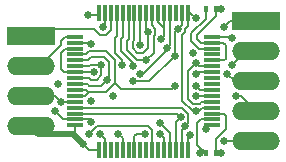
<source format=gtl>
G04 (created by PCBNEW (2013-04-19 BZR 4011)-stable) date 02/09/2014 23:44:52*
%MOIN*%
G04 Gerber Fmt 3.4, Leading zero omitted, Abs format*
%FSLAX34Y34*%
G01*
G70*
G90*
G04 APERTURE LIST*
%ADD10C,2.3622e-006*%
%ADD11R,0.0157X0.0236*%
%ADD12R,0.16X0.06*%
%ADD13O,0.16X0.06*%
%ADD14R,0.0572X0.0118*%
%ADD15R,0.0118X0.0572*%
%ADD16C,0.025*%
%ADD17C,0.008*%
%ADD18C,0.02*%
G04 APERTURE END LIST*
G54D10*
G54D11*
X92577Y-67600D03*
X92223Y-67600D03*
G54D12*
X93900Y-63200D03*
G54D13*
X93900Y-64200D03*
X93900Y-65200D03*
X93900Y-66200D03*
X93900Y-67200D03*
G54D14*
X87867Y-64117D03*
X87867Y-64314D03*
X87867Y-64511D03*
X87867Y-64708D03*
X87867Y-64905D03*
X87867Y-65102D03*
X87867Y-63920D03*
X87867Y-63724D03*
G54D15*
X89461Y-62917D03*
X89658Y-62917D03*
X89855Y-62917D03*
G54D14*
X92433Y-65889D03*
X92433Y-66086D03*
X92433Y-66283D03*
X92433Y-66480D03*
X92433Y-66676D03*
G54D15*
X90839Y-67483D03*
G54D14*
X92433Y-65692D03*
X92433Y-65495D03*
X92433Y-65298D03*
X92433Y-65102D03*
X92433Y-64905D03*
G54D15*
X89658Y-67483D03*
X91036Y-62917D03*
X89855Y-67483D03*
X91233Y-62917D03*
X91430Y-62917D03*
X90052Y-67483D03*
X90248Y-67483D03*
X91626Y-62917D03*
G54D14*
X92433Y-64511D03*
G54D15*
X90445Y-67483D03*
X90642Y-67483D03*
G54D14*
X92433Y-64708D03*
G54D15*
X90839Y-62917D03*
X89461Y-67483D03*
X89264Y-67483D03*
X90642Y-62917D03*
X90445Y-62917D03*
X89067Y-67483D03*
X88870Y-67483D03*
X90248Y-62917D03*
X90052Y-62917D03*
X88674Y-67483D03*
G54D14*
X87867Y-65298D03*
X87867Y-65495D03*
X87867Y-65692D03*
X87867Y-65889D03*
G54D15*
X91036Y-67483D03*
X91233Y-67483D03*
X91430Y-67483D03*
X91626Y-67483D03*
G54D14*
X92433Y-64314D03*
X92433Y-64117D03*
X92433Y-63920D03*
X92433Y-63724D03*
X87867Y-66086D03*
X87867Y-66283D03*
X87867Y-66480D03*
X87867Y-66676D03*
G54D15*
X89264Y-62917D03*
X89067Y-62917D03*
X88870Y-62917D03*
X88674Y-62917D03*
G54D12*
X86400Y-63700D03*
G54D13*
X86400Y-64700D03*
X86400Y-65700D03*
X86400Y-66700D03*
G54D11*
X92223Y-62800D03*
X92577Y-62800D03*
G54D16*
X91400Y-66400D03*
X90300Y-63550D03*
X90250Y-64500D03*
X91550Y-66700D03*
X91900Y-65700D03*
X91700Y-67000D03*
X92223Y-66800D03*
X91900Y-63100D03*
X88400Y-63950D03*
X90050Y-64000D03*
X91900Y-66200D03*
X89800Y-65200D03*
X88500Y-64900D03*
X91200Y-64350D03*
X91900Y-64600D03*
X91300Y-63450D03*
X91200Y-65350D03*
X90750Y-63800D03*
X91900Y-65350D03*
X88750Y-64650D03*
X90050Y-64950D03*
X91900Y-64950D03*
X90950Y-64100D03*
X87400Y-65900D03*
X88950Y-65150D03*
X88350Y-66950D03*
X90200Y-66950D03*
X89300Y-66950D03*
X93250Y-65700D03*
X92850Y-63400D03*
X92850Y-67200D03*
X93100Y-64650D03*
X92950Y-64950D03*
X89800Y-64700D03*
X89450Y-64650D03*
X88700Y-66950D03*
X87300Y-65300D03*
X88400Y-66550D03*
X87200Y-66200D03*
X88800Y-63400D03*
X92050Y-67600D03*
X90700Y-66950D03*
X92750Y-62800D03*
X88400Y-65850D03*
X88150Y-67300D03*
X89150Y-65700D03*
X93100Y-63750D03*
X91800Y-64250D03*
X90700Y-66600D03*
X88300Y-63000D03*
X92750Y-67600D03*
G54D17*
X89800Y-63900D02*
X89800Y-64100D01*
X90150Y-64250D02*
X90300Y-64100D01*
X89950Y-64250D02*
X90150Y-64250D01*
X89800Y-64100D02*
X89950Y-64250D01*
X87867Y-66283D02*
X91283Y-66283D01*
X91283Y-66283D02*
X91400Y-66400D01*
X91233Y-66567D02*
X91400Y-66400D01*
X91233Y-66567D02*
X91233Y-67483D01*
X90300Y-63550D02*
X90300Y-64100D01*
X89855Y-63845D02*
X89800Y-63900D01*
X89855Y-63845D02*
X89855Y-62917D01*
X90248Y-62917D02*
X90248Y-63498D01*
X90248Y-63498D02*
X90300Y-63550D01*
X87867Y-66086D02*
X91436Y-66086D01*
X91436Y-66086D02*
X91650Y-66300D01*
X91650Y-66300D02*
X91650Y-66600D01*
X91650Y-66600D02*
X91550Y-66700D01*
X91430Y-66820D02*
X91550Y-66700D01*
X91430Y-67483D02*
X91430Y-66820D01*
X89600Y-63850D02*
X89600Y-64150D01*
X90500Y-64250D02*
X90250Y-64500D01*
X90445Y-63345D02*
X90550Y-63450D01*
X90445Y-63345D02*
X90445Y-62917D01*
X90550Y-63650D02*
X90500Y-63700D01*
X90550Y-63450D02*
X90550Y-63650D01*
X90500Y-63700D02*
X90500Y-64250D01*
X89950Y-64500D02*
X90250Y-64500D01*
X89600Y-64150D02*
X89950Y-64500D01*
X89658Y-62917D02*
X89658Y-63792D01*
X89658Y-63792D02*
X89600Y-63850D01*
X92433Y-65692D02*
X91908Y-65692D01*
X91908Y-65692D02*
X91900Y-65700D01*
X91626Y-67483D02*
X91626Y-67074D01*
X91626Y-67074D02*
X91700Y-67000D01*
X92433Y-66676D02*
X92324Y-66676D01*
X92200Y-66800D02*
X92324Y-66676D01*
X92200Y-66800D02*
X92223Y-66800D01*
X91626Y-62917D02*
X91717Y-62917D01*
X91717Y-62917D02*
X91900Y-63100D01*
X88370Y-63920D02*
X88400Y-63950D01*
X87867Y-63920D02*
X88370Y-63920D01*
X90052Y-63998D02*
X90050Y-64000D01*
X90052Y-62917D02*
X90052Y-63998D01*
X91900Y-66200D02*
X91800Y-66200D01*
X91800Y-66200D02*
X91450Y-65850D01*
X92114Y-66086D02*
X92000Y-66200D01*
X92000Y-66200D02*
X91900Y-66200D01*
X92433Y-66086D02*
X92114Y-66086D01*
X91550Y-63550D02*
X91450Y-63650D01*
X91550Y-63450D02*
X91550Y-63550D01*
X91450Y-63650D02*
X91450Y-65850D01*
X91626Y-62917D02*
X91626Y-63374D01*
X91626Y-63374D02*
X91550Y-63450D01*
X87867Y-64117D02*
X87533Y-64117D01*
X87505Y-64905D02*
X87867Y-64905D01*
X87400Y-64800D02*
X87505Y-64905D01*
X87400Y-64250D02*
X87400Y-64800D01*
X87533Y-64117D02*
X87400Y-64250D01*
X89800Y-65200D02*
X90350Y-65200D01*
X90350Y-65200D02*
X91200Y-64350D01*
X88495Y-64905D02*
X88500Y-64900D01*
X87867Y-64905D02*
X88495Y-64905D01*
X91200Y-63550D02*
X91200Y-64350D01*
X91300Y-63450D02*
X91200Y-63550D01*
X92433Y-65889D02*
X92084Y-65889D01*
X92084Y-65889D02*
X92023Y-65950D01*
X92023Y-65950D02*
X91800Y-65950D01*
X91800Y-65950D02*
X91650Y-65800D01*
X91650Y-65800D02*
X91650Y-64850D01*
X91650Y-64850D02*
X91900Y-64600D01*
X92433Y-64708D02*
X92008Y-64708D01*
X92008Y-64708D02*
X91900Y-64600D01*
X91430Y-63320D02*
X91300Y-63450D01*
X91430Y-63320D02*
X91430Y-62917D01*
X87867Y-65692D02*
X88208Y-65692D01*
X88208Y-65692D02*
X88350Y-65550D01*
X90642Y-62917D02*
X90642Y-63242D01*
X90642Y-63242D02*
X90839Y-63439D01*
X90839Y-62917D02*
X90839Y-63439D01*
X90839Y-63439D02*
X90839Y-63711D01*
X91200Y-65350D02*
X91100Y-65450D01*
X89400Y-65450D02*
X89200Y-65250D01*
X91100Y-65450D02*
X89400Y-65450D01*
X90839Y-63711D02*
X90750Y-63800D01*
X88900Y-64200D02*
X88350Y-64200D01*
X88350Y-64200D02*
X88236Y-64314D01*
X88236Y-64314D02*
X87867Y-64314D01*
X89200Y-65250D02*
X89200Y-64500D01*
X89200Y-64500D02*
X88900Y-64200D01*
X88900Y-65550D02*
X89200Y-65250D01*
X88300Y-65550D02*
X88350Y-65550D01*
X88350Y-65550D02*
X88900Y-65550D01*
X88245Y-65495D02*
X88300Y-65550D01*
X87867Y-65495D02*
X88245Y-65495D01*
X92433Y-65495D02*
X92045Y-65495D01*
X92045Y-65495D02*
X91900Y-65350D01*
X90950Y-64150D02*
X90950Y-64100D01*
X90150Y-64950D02*
X90950Y-64150D01*
X90050Y-64950D02*
X90150Y-64950D01*
X92433Y-64905D02*
X91945Y-64905D01*
X91945Y-64905D02*
X91900Y-64950D01*
X91036Y-62917D02*
X91036Y-64014D01*
X91036Y-64014D02*
X90950Y-64100D01*
X88750Y-64650D02*
X88750Y-65000D01*
X88400Y-65150D02*
X88600Y-65150D01*
X88352Y-65102D02*
X87867Y-65102D01*
X88352Y-65102D02*
X88400Y-65150D01*
X88750Y-65000D02*
X88600Y-65150D01*
X87867Y-64708D02*
X88342Y-64708D01*
X88342Y-64708D02*
X88400Y-64650D01*
X88400Y-64650D02*
X88750Y-64650D01*
X87411Y-65889D02*
X87867Y-65889D01*
X86400Y-65700D02*
X87200Y-65700D01*
X87200Y-65700D02*
X87400Y-65900D01*
X87411Y-65889D02*
X87400Y-65900D01*
X88950Y-65150D02*
X89000Y-65100D01*
X88750Y-65350D02*
X88950Y-65150D01*
X88350Y-65350D02*
X88750Y-65350D01*
X89000Y-64550D02*
X88850Y-64400D01*
X89000Y-65100D02*
X89000Y-64550D01*
X87867Y-65298D02*
X88298Y-65298D01*
X88289Y-64511D02*
X88400Y-64400D01*
X88289Y-64511D02*
X87867Y-64511D01*
X88400Y-64400D02*
X88850Y-64400D01*
X88298Y-65298D02*
X88350Y-65350D01*
X90445Y-66845D02*
X90300Y-66700D01*
X90300Y-66700D02*
X88600Y-66700D01*
X88600Y-66700D02*
X88350Y-66950D01*
X90445Y-66845D02*
X90445Y-67483D01*
X89855Y-67045D02*
X89950Y-66950D01*
X89950Y-66950D02*
X90200Y-66950D01*
X89855Y-67045D02*
X89855Y-67483D01*
X89461Y-67483D02*
X89461Y-67111D01*
X89461Y-67111D02*
X89300Y-66950D01*
X93900Y-66200D02*
X93400Y-65700D01*
X93400Y-65700D02*
X93250Y-65700D01*
X93050Y-63200D02*
X93900Y-63200D01*
X92850Y-63400D02*
X93050Y-63200D01*
X92850Y-67200D02*
X93900Y-67200D01*
X93550Y-64200D02*
X93900Y-64200D01*
X93100Y-64650D02*
X93550Y-64200D01*
X93200Y-65200D02*
X93900Y-65200D01*
X92950Y-64950D02*
X93200Y-65200D01*
X87867Y-63724D02*
X87526Y-63724D01*
X87526Y-63724D02*
X87400Y-63850D01*
X86700Y-64700D02*
X86400Y-64700D01*
X87400Y-64000D02*
X86700Y-64700D01*
X87400Y-63850D02*
X87400Y-64000D01*
X89067Y-62917D02*
X89067Y-63483D01*
X89067Y-63483D02*
X88900Y-63650D01*
X86650Y-63450D02*
X86400Y-63700D01*
X88500Y-63450D02*
X86650Y-63450D01*
X88700Y-63650D02*
X88500Y-63450D01*
X88900Y-63650D02*
X88700Y-63650D01*
X89400Y-64200D02*
X89800Y-64600D01*
X89461Y-63739D02*
X89400Y-63800D01*
X89400Y-63800D02*
X89400Y-64200D01*
X89461Y-62917D02*
X89461Y-63739D01*
X89800Y-64600D02*
X89800Y-64700D01*
X89264Y-62917D02*
X89264Y-63686D01*
X89450Y-64500D02*
X89450Y-64650D01*
X89200Y-64250D02*
X89450Y-64500D01*
X89200Y-63750D02*
X89200Y-64250D01*
X89264Y-63686D02*
X89200Y-63750D01*
X88870Y-67120D02*
X88700Y-66950D01*
X88870Y-67120D02*
X88870Y-67483D01*
X87867Y-66480D02*
X88330Y-66480D01*
X88330Y-66480D02*
X88400Y-66550D01*
X87867Y-66480D02*
X87480Y-66480D01*
X87480Y-66480D02*
X87200Y-66200D01*
X88870Y-63330D02*
X88870Y-62917D01*
X88870Y-63330D02*
X88800Y-63400D01*
X92050Y-67600D02*
X92223Y-67600D01*
X92433Y-66480D02*
X92070Y-66480D01*
X92070Y-66480D02*
X91950Y-66600D01*
X91950Y-66600D02*
X91950Y-67327D01*
X91950Y-67327D02*
X92223Y-67600D01*
X92433Y-63920D02*
X92070Y-63920D01*
X92577Y-63023D02*
X92577Y-62800D01*
X91950Y-63650D02*
X92577Y-63023D01*
X91950Y-63800D02*
X91950Y-63650D01*
X92070Y-63920D02*
X91950Y-63800D01*
X90839Y-67089D02*
X90700Y-66950D01*
X90839Y-67089D02*
X90839Y-67483D01*
X92577Y-62800D02*
X92750Y-62800D01*
X92433Y-63920D02*
X92820Y-63920D01*
X92820Y-63920D02*
X92900Y-64000D01*
X92839Y-64511D02*
X92433Y-64511D01*
X92900Y-64000D02*
X92900Y-64450D01*
X92900Y-64450D02*
X92839Y-64511D01*
X92433Y-64117D02*
X92017Y-64117D01*
X92223Y-63127D02*
X92223Y-62800D01*
X91750Y-63600D02*
X92223Y-63127D01*
X91750Y-63850D02*
X91750Y-63600D01*
X92017Y-64117D02*
X91750Y-63850D01*
X88674Y-67483D02*
X88333Y-67483D01*
X88333Y-67483D02*
X88150Y-67300D01*
X87867Y-66676D02*
X87867Y-67017D01*
G54D18*
X86650Y-66950D02*
X87800Y-66950D01*
X87800Y-66950D02*
X88150Y-67300D01*
X86650Y-66950D02*
X86400Y-66700D01*
G54D17*
X87867Y-67017D02*
X88150Y-67300D01*
X86424Y-66676D02*
X86400Y-66700D01*
X88591Y-63000D02*
X88300Y-63000D01*
X88591Y-63000D02*
X88674Y-62917D01*
X92577Y-67600D02*
X92750Y-67600D01*
X92433Y-63724D02*
X93074Y-63724D01*
X93074Y-63724D02*
X93100Y-63750D01*
X92433Y-66283D02*
X92833Y-66283D01*
X92577Y-67123D02*
X92577Y-67600D01*
X92900Y-66800D02*
X92577Y-67123D01*
X92900Y-66350D02*
X92900Y-66800D01*
X92833Y-66283D02*
X92900Y-66350D01*
X91036Y-66936D02*
X90700Y-66600D01*
X91036Y-67483D02*
X91036Y-66936D01*
M02*

</source>
